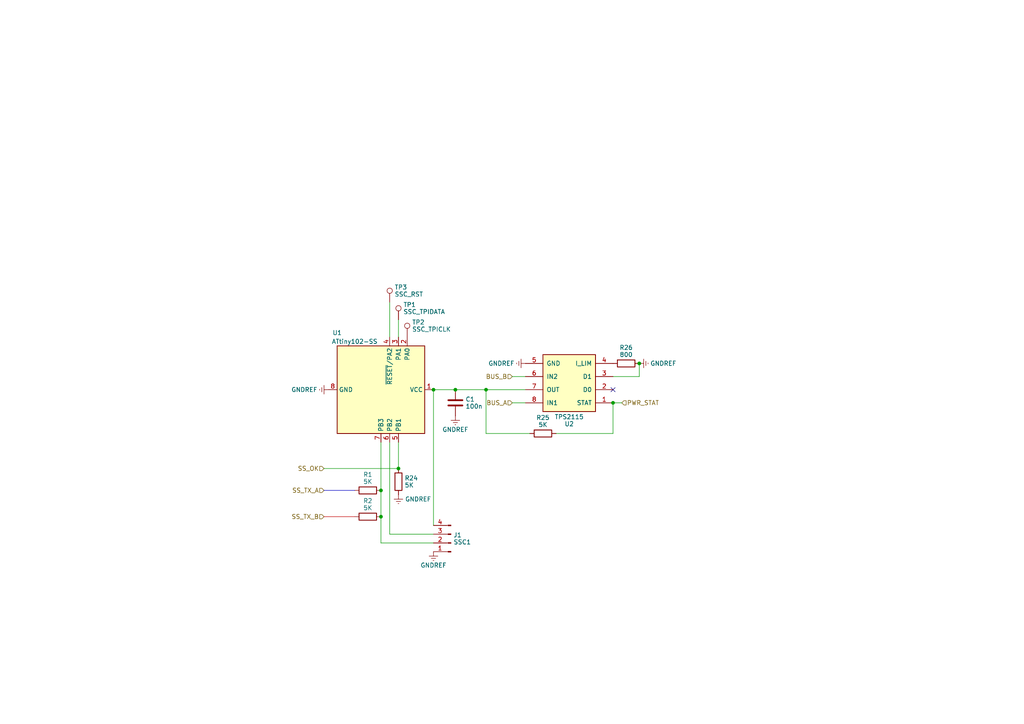
<source format=kicad_sch>
(kicad_sch (version 20230121) (generator eeschema)
  (paper "A4")
  (lib_symbols
    (symbol "Connector:Conn_01x04_Pin" (pin_names (offset 1.016) hide)
      (property "Reference" "J" (at 0 5.08 0))
      (property "Value" "Conn_01x04_Pin" (at 0 -7.62 0))
      (symbol "Conn_01x04_Pin_1_1"
        (polyline (pts (xy 1.27 -5.08) (xy 0.8636 -5.08)) (stroke (width 0.1524)))
        (polyline (pts (xy 1.27 -2.54) (xy 0.8636 -2.54)) (stroke (width 0.1524)))
        (polyline (pts (xy 1.27 0) (xy 0.8636 0)) (stroke (width 0.1524)))
        (polyline (pts (xy 1.27 2.54) (xy 0.8636 2.54)) (stroke (width 0.1524)))
        (rectangle (start 0.8636 -4.953) (end 0 -5.207) (stroke (width 0.1524)) (fill (type outline)))
        (rectangle (start 0.8636 -2.413) (end 0 -2.667) (stroke (width 0.1524)) (fill (type outline)))
        (rectangle (start 0.8636 0.127) (end 0 -0.127) (stroke (width 0.1524)) (fill (type outline)))
        (rectangle (start 0.8636 2.667) (end 0 2.413) (stroke (width 0.1524)) (fill (type outline)))
        (pin passive line (at 5.08 2.54 180) (length 3.81) (name "Pin_1") (number "1"))
        (pin passive line (at 5.08 0 180) (length 3.81) (name "Pin_2") (number "2"))
        (pin passive line (at 5.08 -2.54 180) (length 3.81) (name "Pin_3") (number "3"))
        (pin passive line (at 5.08 -5.08 180) (length 3.81) (name "Pin_4") (number "4"))
      )
    )
    (symbol "Connector:TestPoint" (pin_numbers hide) (pin_names (offset 0.762) hide)
      (property "Reference" "TP" (at 0 6.858 0))
      (property "Value" "TestPoint" (at 0 5.08 0))
      (symbol "TestPoint_0_1"
        (circle (center 0 3.302) (radius 0.762))
      )
      (symbol "TestPoint_1_1"
        (pin passive line (at 0 0 90) (length 2.54) (name "1") (number "1"))
      )
    )
    (symbol "Device:C" (pin_numbers hide) (pin_names (offset 0.254))
      (property "Reference" "C" (at 0.635 2.54 0))
      (property "Value" "C" (at 0.635 -2.54 0))
      (symbol "C_0_1"
        (polyline (pts (xy -2.032 -0.762) (xy 2.032 -0.762)) (stroke (width 0.508)))
        (polyline (pts (xy -2.032 0.762) (xy 2.032 0.762)) (stroke (width 0.508)))
      )
      (symbol "C_1_1"
        (pin passive line (at 0 3.81 270) (length 2.794) (name "~") (number "1"))
        (pin passive line (at 0 -3.81 90) (length 2.794) (name "~") (number "2"))
      )
    )
    (symbol "Device:R" (pin_numbers hide) (pin_names (offset 0))
      (property "Reference" "R" (at 2.032 0 90))
      (property "Value" "R" (at 0 0 90))
      (symbol "R_0_1"
        (rectangle (start -1.016 -2.54) (end 1.016 2.54) (stroke (width 0.254)))
      )
      (symbol "R_1_1"
        (pin passive line (at 0 3.81 270) (length 1.27) (name "~") (number "1"))
        (pin passive line (at 0 -3.81 90) (length 1.27) (name "~") (number "2"))
      )
    )
    (symbol "MCU_Microchip_ATtiny:ATtiny102-SS"
      (property "Reference" "U" (at -12.7 13.97 0))
      (property "Value" "ATtiny102-SS" (at 2.54 -13.97 0))
      (symbol "ATtiny102-SS_0_1"
        (rectangle (start -12.7 -12.7) (end 12.7 12.7) (stroke (width 0.254)) (fill (type background)))
      )
      (symbol "ATtiny102-SS_1_1"
        (pin power_in line (at 0 15.24 270) (length 2.54) (name "VCC") (number "1"))
        (pin bidirectional line (at 15.24 7.62 180) (length 2.54) (name "PA0") (number "2"))
        (pin bidirectional line (at 15.24 5.08 180) (length 2.54) (name "PA1") (number "3"))
        (pin bidirectional line (at 15.24 2.54 180) (length 2.54) (name "~{RESET}/PA2") (number "4"))
        (pin bidirectional line (at -15.24 5.08 0) (length 2.54) (name "PB1") (number "5"))
        (pin bidirectional line (at -15.24 2.54 0) (length 2.54) (name "PB2") (number "6"))
        (pin bidirectional line (at -15.24 0 0) (length 2.54) (name "PB3") (number "7"))
        (pin power_in line (at 0 -15.24 90) (length 2.54) (name "GND") (number "8"))
      )
    )
    (symbol "Project:TPS2115" (pin_names (offset 1.016))
      (property "Reference" "U" (at 0 10.795 0))
      (property "Value" "TPS2115" (at 0 8.89 0))
      (symbol "TPS2115_0_1"
        (rectangle (start -7.62 7.62) (end 7.62 -8.89) (stroke (width 0.254)) (fill (type background)))
      )
      (symbol "TPS2115_1_1"
        (pin power_in line (at -12.7 5.08 0) (length 5.08) (name "STAT") (number "1"))
        (pin input line (at -12.7 1.27 0) (length 5.08) (name "D0") (number "2"))
        (pin input line (at -12.7 -2.54 0) (length 5.08) (name "D1") (number "3"))
        (pin output line (at -12.7 -6.35 0) (length 5.08) (name "I_LIM") (number "4"))
        (pin power_in line (at 12.7 -6.35 180) (length 5.08) (name "GND") (number "5"))
        (pin power_in line (at 12.7 -2.54 180) (length 5.08) (name "IN2") (number "6"))
        (pin power_out line (at 12.7 1.27 180) (length 5.08) (name "OUT") (number "7"))
        (pin power_in line (at 12.7 5.08 180) (length 5.08) (name "IN1") (number "8"))
      )
    )
    (symbol "power:GNDREF" (power) (pin_names (offset 0))
      (property "Value" "GNDREF" (at 0 -3.81 0))
      (symbol "GNDREF_0_1"
        (polyline (pts (xy -0.635 -1.905) (xy 0.635 -1.905)))
        (polyline (pts (xy -0.127 -2.54) (xy 0.127 -2.54)))
        (polyline (pts (xy 0 -1.27) (xy 0 0)))
        (polyline (pts (xy 1.27 -1.27) (xy -1.27 -1.27)))
      )
      (symbol "GNDREF_1_1"
        (pin power_in line (at 0 0 270) (length 0) hide (name "GNDREF") (number "1"))
      )
    )
  )
  (junction (at 140.97 113.03))
  (junction (at 132.08 113.03))
  (junction (at 177.8 116.84))
  (junction (at 115.57 135.89))
  (junction (at 185.42 105.41))
  (junction (at 110.49 142.24))
  (junction (at 125.73 113.03))
  (junction (at 110.49 149.86))
  (no_connect (at 177.8 113.03))
  (wire (pts (xy 185.42 109.22) (xy 185.42 105.41)))
  (wire (pts (xy 115.57 92.71) (xy 115.57 97.79)))
  (wire (pts (xy 153.67 125.73) (xy 140.97 125.73)))
  (wire (pts (xy 177.8 116.84) (xy 180.34 116.84)))
  (wire (pts (xy 125.73 113.03) (xy 125.73 152.4)))
  (wire (pts (xy 132.08 113.03) (xy 140.97 113.03)))
  (wire (pts (xy 161.29 125.73) (xy 177.8 125.73)))
  (wire (pts (xy 113.03 154.94) (xy 125.73 154.94)))
  (wire (pts (xy 110.49 157.48) (xy 110.49 149.86)))
  (wire (pts (xy 177.8 109.22) (xy 185.42 109.22)))
  (wire (pts (xy 110.49 149.86) (xy 110.49 142.24)))
  (wire (pts (xy 93.98 142.24) (xy 102.87 142.24)) (stroke (width 0) (color 0 0 194 1)))
  (wire (pts (xy 125.73 113.03) (xy 132.08 113.03)))
  (wire (pts (xy 140.97 113.03) (xy 152.4 113.03)))
  (wire (pts (xy 93.98 149.86) (xy 102.87 149.86)) (stroke (width 0) (color 194 0 0 1)))
  (wire (pts (xy 115.57 135.89) (xy 93.98 135.89)))
  (wire (pts (xy 110.49 128.27) (xy 110.49 142.24)))
  (wire (pts (xy 148.59 109.22) (xy 152.4 109.22)))
  (wire (pts (xy 115.57 128.27) (xy 115.57 135.89)))
  (wire (pts (xy 177.8 125.73) (xy 177.8 116.84)))
  (wire (pts (xy 113.03 154.94) (xy 113.03 128.27)))
  (wire (pts (xy 148.59 116.84) (xy 152.4 116.84)))
  (wire (pts (xy 140.97 125.73) (xy 140.97 113.03)))
  (wire (pts (xy 110.49 157.48) (xy 125.73 157.48)))
  (wire (pts (xy 113.03 87.63) (xy 113.03 97.79)))
  (hierarchical_label "SS_OK" (shape input) (at 93.98 135.89 180))
  (hierarchical_label "BUS_B" (shape input) (at 148.59 109.22 180))
  (hierarchical_label "SS_TX_B" (shape input) (at 93.98 149.86 180))
  (hierarchical_label "PWR_STAT" (shape input) (at 180.34 116.84 0))
  (hierarchical_label "BUS_A" (shape input) (at 148.59 116.84 180))
  (hierarchical_label "SS_TX_A" (shape input) (at 93.98 142.24 180))
  (symbol (lib_id "power:GNDREF") (at 95.25 113.03 270) (unit 1)
    (property "Reference" "#PWR04" (effects hide))
    (property "Value" "GNDREF" (at 92.0751 113.03 90) (effects (justify right)))
    (instances (project "DiveCAN Head" (path "" (reference "#PWR04") (unit 1)) (path "" (reference "#PWR05") (unit 1)) (path "" (reference "#PWR011") (unit 1)) (path "" (reference "#PWR017") (unit 1))))
  )
  (symbol (lib_id "Connector:TestPoint") (at 113.03 87.63 0) (unit 1)
    (property "Reference" "TP3" (at 114.427 83.304 0) (effects (justify left)))
    (property "Value" "SSC_RST" (at 114.427 85.352 0) (effects (justify left)))
    (property "Footprint" "TestPoint:TestPoint_Pad_D1.0mm" (effects hide))
    (instances (project "DiveCAN Head" (path "" (reference "TP3") (unit 1)) (path "" (reference "TP1") (unit 1)) (path "" (reference "TP4") (unit 1)) (path "" (reference "TP7") (unit 1))))
  )
  (symbol (lib_id "Connector:TestPoint") (at 115.57 92.71 0) (unit 1)
    (property "Reference" "TP1" (at 116.967 88.384 0) (effects (justify left)))
    (property "Value" "SSC_TPIDATA" (at 116.967 90.432 0) (effects (justify left)))
    (property "Footprint" "TestPoint:TestPoint_Pad_D1.0mm" (effects hide))
    (instances (project "DiveCAN Head" (path "" (reference "TP1") (unit 1)) (path "" (reference "TP2") (unit 1)) (path "" (reference "TP5") (unit 1)) (path "" (reference "TP8") (unit 1))))
  )
  (symbol (lib_id "Device:C") (at 132.08 116.84 0) (unit 1)
    (property "Reference" "C1" (at 135.001 115.816 0) (effects (justify left)))
    (property "Value" "100n" (at 135.001 117.864 0) (effects (justify left)))
    (property "Footprint" "Capacitor_SMD:C_0603_1608Metric" (effects hide))
    (instances (project "DiveCAN Head" (path "" (reference "C1") (unit 1)) (path "" (reference "C2") (unit 1)) (path "" (reference "C3") (unit 1))))
  )
  (symbol (lib_id "power:GNDREF") (at 132.08 120.65 0) (unit 1)
    (property "Reference" "#PWR04" (effects hide))
    (property "Value" "GNDREF" (at 132.08 124.595 0))
    (instances (project "DiveCAN Head" (path "" (reference "#PWR04") (unit 1)) (path "" (reference "#PWR08") (unit 1)) (path "" (reference "#PWR014") (unit 1)) (path "" (reference "#PWR020") (unit 1))))
  )
  (symbol (lib_id "Device:R") (at 106.68 142.24 90) (unit 1)
    (property "Reference" "R1" (at 106.68 137.644 90))
    (property "Value" "5K" (at 106.68 139.692 90))
    (property "Footprint" "Resistor_SMD:R_0603_1608Metric" (effects hide))
    (instances (project "DiveCAN Head" (path "" (reference "R1") (unit 1)) (path "" (reference "R22") (unit 1)) (path "" (reference "R27") (unit 1)) (path "" (reference "R32") (unit 1))))
  )
  (symbol (lib_id "power:GNDREF") (at 115.57 143.51 0) (unit 1)
    (property "Reference" "#PWR04" (effects hide))
    (property "Value" "GNDREF" (at 117.475 144.78 0) (effects (justify left)))
    (instances (project "DiveCAN Head" (path "" (reference "#PWR04") (unit 1)) (path "" (reference "#PWR06") (unit 1)) (path "" (reference "#PWR012") (unit 1)) (path "" (reference "#PWR018") (unit 1))))
  )
  (symbol (lib_id "Device:R") (at 106.68 149.86 90) (unit 1)
    (property "Reference" "R2" (at 106.68 145.264 90))
    (property "Value" "5K" (at 106.68 147.312 90))
    (property "Footprint" "Resistor_SMD:R_0603_1608Metric" (effects hide))
    (instances (project "DiveCAN Head" (path "" (reference "R2") (unit 1)) (path "" (reference "R23") (unit 1)) (path "" (reference "R28") (unit 1)) (path "" (reference "R33") (unit 1))))
  )
  (symbol (lib_id "power:GNDREF") (at 125.73 160.02 0) (unit 1)
    (property "Reference" "#PWR01" (effects hide))
    (property "Value" "GNDREF" (at 125.73 163.965 0))
    (instances (project "DiveCAN Head" (path "" (reference "#PWR01") (unit 1)) (path "" (reference "#PWR07") (unit 1)) (path "" (reference "#PWR013") (unit 1)) (path "" (reference "#PWR019") (unit 1))))
  )
  (symbol (lib_id "power:GNDREF") (at 185.42 105.41 90) (unit 1)
    (property "Reference" "#PWR04" (effects hide))
    (property "Value" "GNDREF" (at 188.595 105.41 90) (effects (justify right)))
    (instances (project "DiveCAN Head" (path "" (reference "#PWR04") (unit 1)) (path "" (reference "#PWR010") (unit 1)) (path "" (reference "#PWR016") (unit 1)) (path "" (reference "#PWR022") (unit 1))))
  )
  (symbol (lib_id "Device:R") (at 157.48 125.73 90) (unit 1)
    (property "Reference" "R25" (at 157.48 121.134 90))
    (property "Value" "5K" (at 157.48 123.182 90))
    (property "Footprint" "Resistor_SMD:R_0603_1608Metric" (effects hide))
    (instances (project "DiveCAN Head" (path "" (reference "R25") (unit 1)) (path "" (reference "R30") (unit 1)) (path "" (reference "R35") (unit 1))))
  )
  (symbol (lib_id "power:GNDREF") (at 152.4 105.41 270) (unit 1)
    (property "Reference" "#PWR04" (effects hide))
    (property "Value" "GNDREF" (at 149.225 105.41 90) (effects (justify right)))
    (instances (project "DiveCAN Head" (path "" (reference "#PWR04") (unit 1)) (path "" (reference "#PWR09") (unit 1)) (path "" (reference "#PWR015") (unit 1)) (path "" (reference "#PWR021") (unit 1))))
  )
  (symbol (lib_id "Project:TPS2115") (at 165.1 111.76 180) (unit 1)
    (property "Reference" "U2" (at 165.1 122.96 0))
    (property "Value" "TPS2115" (at 165.1 120.912 0))
    (property "Footprint" "Package_SO:TSSOP-8_4.4x3mm_P0.65mm" (effects hide))
    (property "Datasheet" "https://www.ti.com/lit/ds/symlink/tps2114.pdf" (effects hide))
    (instances (project "DiveCAN Head" (path "" (reference "U2") (unit 1)) (path "" (reference "U4") (unit 1)) (path "" (reference "U6") (unit 1))))
  )
  (symbol (lib_id "Connector:TestPoint") (at 118.11 97.79 0) (unit 1)
    (property "Reference" "TP2" (at 119.507 93.464 0) (effects (justify left)))
    (property "Value" "SSC_TPICLK" (at 119.507 95.512 0) (effects (justify left)))
    (property "Footprint" "TestPoint:TestPoint_Pad_D1.0mm" (effects hide))
    (instances (project "DiveCAN Head" (path "" (reference "TP2") (unit 1)) (path "" (reference "TP3") (unit 1)) (path "" (reference "TP6") (unit 1)) (path "" (reference "TP9") (unit 1))))
  )
  (symbol (lib_id "Device:R") (at 181.61 105.41 90) (unit 1)
    (property "Reference" "R26" (at 181.61 100.814 90))
    (property "Value" "800" (at 181.61 102.862 90))
    (property "Footprint" "Resistor_SMD:R_0603_1608Metric" (effects hide))
    (instances (project "DiveCAN Head" (path "" (reference "R26") (unit 1)) (path "" (reference "R31") (unit 1)) (path "" (reference "R36") (unit 1))))
  )
  (symbol (lib_id "Device:R") (at 115.57 139.7 180) (unit 1)
    (property "Reference" "R24" (at 117.348 138.676 0) (effects (justify right)))
    (property "Value" "5K" (at 117.348 140.724 0) (effects (justify right)))
    (property "Footprint" "Resistor_SMD:R_0603_1608Metric" (effects hide))
    (instances (project "DiveCAN Head" (path "" (reference "R24") (unit 1)) (path "" (reference "R29") (unit 1)) (path "" (reference "R34") (unit 1))))
  )
  (symbol (lib_id "MCU_Microchip_ATtiny:ATtiny102-SS") (at 110.49 113.03 270) (mirror x) (unit 1)
    (property "Reference" "U1" (at 97.79 96.52 90))
    (property "Value" "ATtiny102-SS" (at 102.87 99.06 90))
    (property "Footprint" "Package_SO:SOIC-8_3.9x4.9mm_P1.27mm" (effects hide))
    (property "Datasheet" "http://ww1.microchip.com/downloads/en/DeviceDoc/Atmel-42505-8-bit-AVR-Microcontrollers-ATtiny102-ATtiny104_Datasheet.pdf" (effects hide))
    (instances (project "DiveCAN Head" (path "" (reference "U1") (unit 1)) (path "" (reference "U1") (unit 1)) (path "" (reference "U3") (unit 1)) (path "" (reference "U5") (unit 1))))
  )
  (symbol (lib_id "Connector:Conn_01x04_Pin") (at 130.81 157.48 180) (unit 1)
    (property "Reference" "J1" (at 131.5212 155.186 0) (effects (justify right)))
    (property "Value" "SSC1" (at 131.5212 157.234 0) (effects (justify right)))
    (property "Footprint" "Connector_PinHeader_1.00mm:PinHeader_1x04_P1.00mm_Vertical" (effects hide))
    (instances (project "DiveCAN Head" (path "" (reference "J1") (unit 1)) (path "" (reference "J5") (unit 1)) (path "" (reference "J6") (unit 1)) (path "" (reference "J7") (unit 1))))
  )
)
</source>
